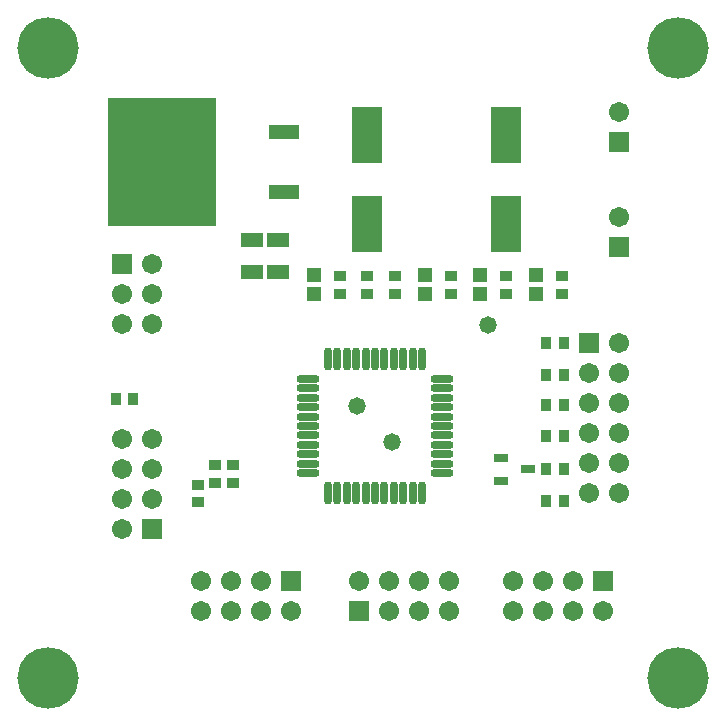
<source format=gts>
G04 Layer_Color=8388736*
%FSLAX24Y24*%
%MOIN*%
G70*
G01*
G75*
%ADD31R,0.0749X0.0513*%
%ADD32R,0.0434X0.0356*%
%ADD33R,0.0474X0.0454*%
%ADD34O,0.0297X0.0769*%
%ADD35O,0.0769X0.0297*%
%ADD36R,0.0356X0.0434*%
%ADD37R,0.3584X0.4273*%
%ADD38R,0.1025X0.0493*%
%ADD39R,0.0986X0.1871*%
%ADD40R,0.0474X0.0316*%
%ADD41C,0.0671*%
%ADD42R,0.0671X0.0671*%
%ADD43R,0.0671X0.0671*%
%ADD44C,0.2049*%
%ADD45C,0.0580*%
D31*
X7675Y13547D02*
D03*
Y14610D02*
D03*
X6788Y13547D02*
D03*
Y14610D02*
D03*
D32*
X6150Y6505D02*
D03*
Y7095D02*
D03*
X5577Y7095D02*
D03*
Y6505D02*
D03*
X17122Y13399D02*
D03*
Y12809D02*
D03*
X15271Y13399D02*
D03*
Y12809D02*
D03*
X13419Y13399D02*
D03*
Y12809D02*
D03*
X5005Y6445D02*
D03*
Y5855D02*
D03*
X9717Y12809D02*
D03*
Y13399D02*
D03*
X10642Y13399D02*
D03*
Y12809D02*
D03*
X11568Y12809D02*
D03*
Y13399D02*
D03*
D33*
X16265Y13419D02*
D03*
Y12789D02*
D03*
X14414Y13419D02*
D03*
Y12789D02*
D03*
X12563Y13419D02*
D03*
Y12789D02*
D03*
X8860Y13419D02*
D03*
Y12789D02*
D03*
D34*
X9325Y10624D02*
D03*
X9640D02*
D03*
X9955D02*
D03*
X10270D02*
D03*
X10585D02*
D03*
X10900D02*
D03*
X11215D02*
D03*
X11530D02*
D03*
X11845D02*
D03*
X12160D02*
D03*
X12475D02*
D03*
Y6176D02*
D03*
X12160D02*
D03*
X11845D02*
D03*
X11530D02*
D03*
X11215D02*
D03*
X10900D02*
D03*
X10585D02*
D03*
X10270D02*
D03*
X9955D02*
D03*
X9640D02*
D03*
X9325D02*
D03*
D35*
X13124Y9975D02*
D03*
Y9660D02*
D03*
Y9345D02*
D03*
Y9030D02*
D03*
Y8715D02*
D03*
Y8400D02*
D03*
Y8085D02*
D03*
Y7770D02*
D03*
Y7455D02*
D03*
Y7140D02*
D03*
Y6825D02*
D03*
X8676D02*
D03*
Y7140D02*
D03*
Y7455D02*
D03*
Y7770D02*
D03*
Y8085D02*
D03*
Y8400D02*
D03*
Y8715D02*
D03*
Y9030D02*
D03*
Y9345D02*
D03*
Y9660D02*
D03*
Y9975D02*
D03*
D36*
X2845Y9311D02*
D03*
X2255D02*
D03*
X17202Y5900D02*
D03*
X16612D02*
D03*
X17202Y6950D02*
D03*
X16612D02*
D03*
X17202Y8050D02*
D03*
X16612D02*
D03*
X17202Y9100D02*
D03*
X16612D02*
D03*
X17202Y10100D02*
D03*
X16612D02*
D03*
X17202Y11150D02*
D03*
X16612D02*
D03*
D37*
X3789Y17190D02*
D03*
D38*
X7864Y18190D02*
D03*
Y16190D02*
D03*
D39*
X15282Y15133D02*
D03*
Y18086D02*
D03*
X10632Y15133D02*
D03*
Y18086D02*
D03*
D40*
X16010Y6955D02*
D03*
X15104Y6581D02*
D03*
Y7329D02*
D03*
D41*
X15498Y2229D02*
D03*
Y3229D02*
D03*
X16498Y2229D02*
D03*
Y3229D02*
D03*
X17498Y2229D02*
D03*
Y3229D02*
D03*
X18498Y2229D02*
D03*
X5111D02*
D03*
Y3229D02*
D03*
X6111Y2229D02*
D03*
Y3229D02*
D03*
X7111Y2229D02*
D03*
Y3229D02*
D03*
X8111Y2229D02*
D03*
X13371Y3229D02*
D03*
Y2229D02*
D03*
X12371Y3229D02*
D03*
Y2229D02*
D03*
X11371Y3229D02*
D03*
Y2229D02*
D03*
X10371Y3229D02*
D03*
X19039Y18856D02*
D03*
Y15363D02*
D03*
X3459Y13805D02*
D03*
X2459Y12805D02*
D03*
X3459D02*
D03*
X2459Y11805D02*
D03*
X3459D02*
D03*
X19039Y6150D02*
D03*
X18039D02*
D03*
X19039Y7150D02*
D03*
X18039D02*
D03*
X19039Y8150D02*
D03*
X18039D02*
D03*
X19039Y9150D02*
D03*
X18039D02*
D03*
X19039Y10150D02*
D03*
X18039D02*
D03*
X19039Y11150D02*
D03*
X2459Y7961D02*
D03*
X3459D02*
D03*
X2459Y6961D02*
D03*
X3459D02*
D03*
X2459Y5961D02*
D03*
X3459D02*
D03*
X2459Y4961D02*
D03*
D42*
X18498Y3229D02*
D03*
X8111D02*
D03*
X10371Y2229D02*
D03*
D43*
X19039Y17856D02*
D03*
Y14363D02*
D03*
X2459Y13805D02*
D03*
X18039Y11150D02*
D03*
X3459Y4961D02*
D03*
D44*
X0Y0D02*
D03*
Y21000D02*
D03*
X21000Y0D02*
D03*
Y21000D02*
D03*
D45*
X11450Y7850D02*
D03*
X10300Y9050D02*
D03*
X14650Y11750D02*
D03*
X15282Y18086D02*
D03*
X10632D02*
D03*
X3800Y18200D02*
D03*
Y16100D02*
D03*
M02*

</source>
